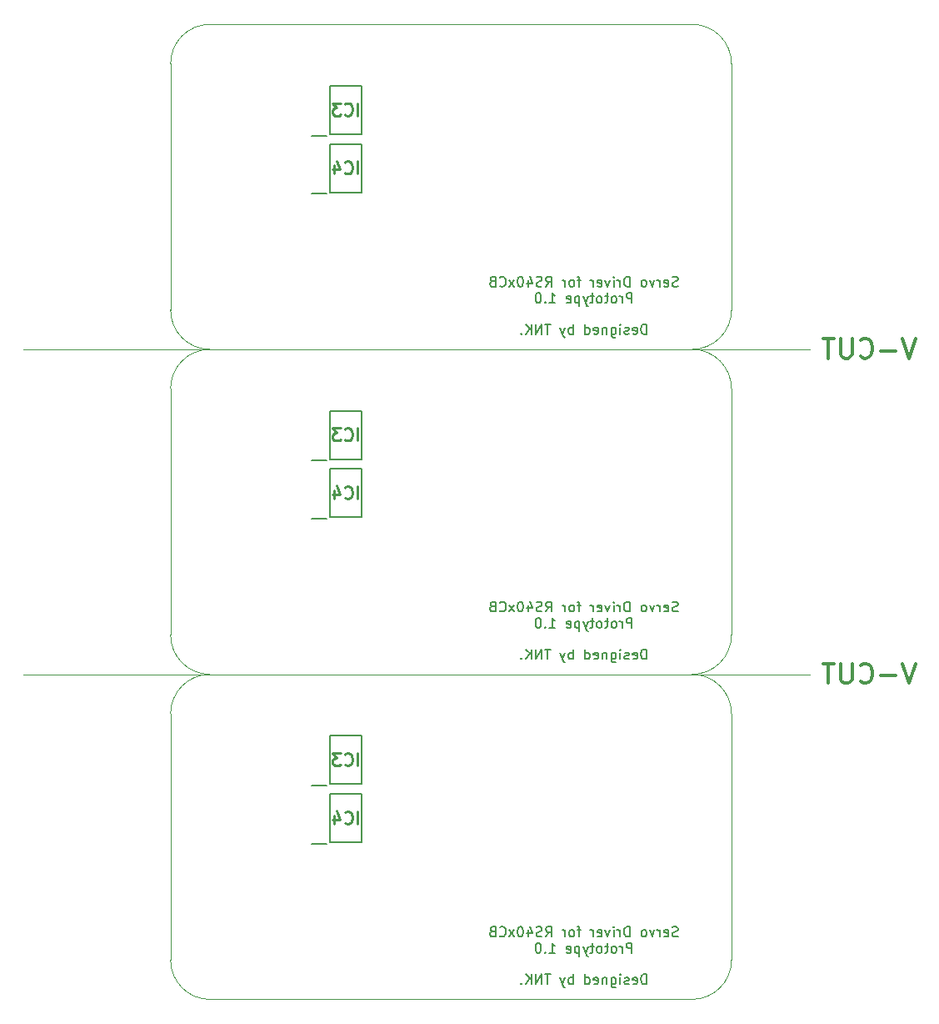
<source format=gbo>
G04 #@! TF.GenerationSoftware,KiCad,Pcbnew,(5.1.5)-3*
G04 #@! TF.CreationDate,2020-02-20T05:13:04+09:00*
G04 #@! TF.ProjectId,ServoDriver-order,53657276-6f44-4726-9976-65722d6f7264,rev?*
G04 #@! TF.SameCoordinates,Original*
G04 #@! TF.FileFunction,Legend,Bot*
G04 #@! TF.FilePolarity,Positive*
%FSLAX46Y46*%
G04 Gerber Fmt 4.6, Leading zero omitted, Abs format (unit mm)*
G04 Created by KiCad (PCBNEW (5.1.5)-3) date 2020-02-20 05:13:04*
%MOMM*%
%LPD*%
G04 APERTURE LIST*
%ADD10C,0.300000*%
%ADD11C,0.120000*%
%ADD12C,0.050000*%
%ADD13C,0.150000*%
%ADD14C,0.200000*%
%ADD15C,0.254000*%
%ADD16C,3.302000*%
%ADD17R,1.802000X1.802000*%
%ADD18O,1.802000X1.802000*%
%ADD19R,1.627000X0.802000*%
%ADD20R,3.902000X3.902000*%
%ADD21C,3.902000*%
%ADD22R,1.702000X1.702000*%
%ADD23O,1.702000X1.702000*%
%ADD24C,0.100000*%
%ADD25O,1.802000X2.052000*%
%ADD26R,2.007000X2.102000*%
%ADD27O,2.007000X2.102000*%
G04 APERTURE END LIST*
D10*
X190714285Y-121904761D02*
X190047619Y-123904761D01*
X189380952Y-121904761D01*
X188714285Y-123142857D02*
X187190476Y-123142857D01*
X185095238Y-123714285D02*
X185190476Y-123809523D01*
X185476190Y-123904761D01*
X185666666Y-123904761D01*
X185952380Y-123809523D01*
X186142857Y-123619047D01*
X186238095Y-123428571D01*
X186333333Y-123047619D01*
X186333333Y-122761904D01*
X186238095Y-122380952D01*
X186142857Y-122190476D01*
X185952380Y-122000000D01*
X185666666Y-121904761D01*
X185476190Y-121904761D01*
X185190476Y-122000000D01*
X185095238Y-122095238D01*
X184238095Y-121904761D02*
X184238095Y-123523809D01*
X184142857Y-123714285D01*
X184047619Y-123809523D01*
X183857142Y-123904761D01*
X183476190Y-123904761D01*
X183285714Y-123809523D01*
X183190476Y-123714285D01*
X183095238Y-123523809D01*
X183095238Y-121904761D01*
X182428571Y-121904761D02*
X181285714Y-121904761D01*
X181857142Y-123904761D02*
X181857142Y-121904761D01*
X190714285Y-88904761D02*
X190047619Y-90904761D01*
X189380952Y-88904761D01*
X188714285Y-90142857D02*
X187190476Y-90142857D01*
X185095238Y-90714285D02*
X185190476Y-90809523D01*
X185476190Y-90904761D01*
X185666666Y-90904761D01*
X185952380Y-90809523D01*
X186142857Y-90619047D01*
X186238095Y-90428571D01*
X186333333Y-90047619D01*
X186333333Y-89761904D01*
X186238095Y-89380952D01*
X186142857Y-89190476D01*
X185952380Y-89000000D01*
X185666666Y-88904761D01*
X185476190Y-88904761D01*
X185190476Y-89000000D01*
X185095238Y-89095238D01*
X184238095Y-88904761D02*
X184238095Y-90523809D01*
X184142857Y-90714285D01*
X184047619Y-90809523D01*
X183857142Y-90904761D01*
X183476190Y-90904761D01*
X183285714Y-90809523D01*
X183190476Y-90714285D01*
X183095238Y-90523809D01*
X183095238Y-88904761D01*
X182428571Y-88904761D02*
X181285714Y-88904761D01*
X181857142Y-90904761D02*
X181857142Y-88904761D01*
D11*
X180000000Y-90000000D02*
X100000000Y-90000000D01*
X180000000Y-123000000D02*
X100000000Y-123000000D01*
D12*
X168000000Y-57000000D02*
X119000000Y-57000000D01*
X172000000Y-86000000D02*
G75*
G02X168000000Y-90000000I-4000000J0D01*
G01*
X172000000Y-119000000D02*
G75*
G02X168000000Y-123000000I-4000000J0D01*
G01*
X115000000Y-61000000D02*
X115000000Y-86000000D01*
X115000000Y-94000000D02*
X115000000Y-119000000D01*
X172000000Y-86000000D02*
X172000000Y-61000000D01*
X172000000Y-119000000D02*
X172000000Y-94000000D01*
X168000000Y-57000000D02*
G75*
G02X172000000Y-61000000I0J-4000000D01*
G01*
X168000000Y-90000000D02*
G75*
G02X172000000Y-94000000I0J-4000000D01*
G01*
X115000000Y-61000000D02*
G75*
G02X119000000Y-57000000I4000000J0D01*
G01*
X115000000Y-94000000D02*
G75*
G02X119000000Y-90000000I4000000J0D01*
G01*
X119000000Y-90000000D02*
G75*
G02X115000000Y-86000000I0J4000000D01*
G01*
X119000000Y-123000000D02*
G75*
G02X115000000Y-119000000I0J4000000D01*
G01*
D13*
X166547619Y-83579761D02*
X166404761Y-83627380D01*
X166166666Y-83627380D01*
X166071428Y-83579761D01*
X166023809Y-83532142D01*
X165976190Y-83436904D01*
X165976190Y-83341666D01*
X166023809Y-83246428D01*
X166071428Y-83198809D01*
X166166666Y-83151190D01*
X166357142Y-83103571D01*
X166452380Y-83055952D01*
X166500000Y-83008333D01*
X166547619Y-82913095D01*
X166547619Y-82817857D01*
X166500000Y-82722619D01*
X166452380Y-82675000D01*
X166357142Y-82627380D01*
X166119047Y-82627380D01*
X165976190Y-82675000D01*
X165166666Y-83579761D02*
X165261904Y-83627380D01*
X165452380Y-83627380D01*
X165547619Y-83579761D01*
X165595238Y-83484523D01*
X165595238Y-83103571D01*
X165547619Y-83008333D01*
X165452380Y-82960714D01*
X165261904Y-82960714D01*
X165166666Y-83008333D01*
X165119047Y-83103571D01*
X165119047Y-83198809D01*
X165595238Y-83294047D01*
X164690476Y-83627380D02*
X164690476Y-82960714D01*
X164690476Y-83151190D02*
X164642857Y-83055952D01*
X164595238Y-83008333D01*
X164500000Y-82960714D01*
X164404761Y-82960714D01*
X164166666Y-82960714D02*
X163928571Y-83627380D01*
X163690476Y-82960714D01*
X163166666Y-83627380D02*
X163261904Y-83579761D01*
X163309523Y-83532142D01*
X163357142Y-83436904D01*
X163357142Y-83151190D01*
X163309523Y-83055952D01*
X163261904Y-83008333D01*
X163166666Y-82960714D01*
X163023809Y-82960714D01*
X162928571Y-83008333D01*
X162880952Y-83055952D01*
X162833333Y-83151190D01*
X162833333Y-83436904D01*
X162880952Y-83532142D01*
X162928571Y-83579761D01*
X163023809Y-83627380D01*
X163166666Y-83627380D01*
X161642857Y-83627380D02*
X161642857Y-82627380D01*
X161404761Y-82627380D01*
X161261904Y-82675000D01*
X161166666Y-82770238D01*
X161119047Y-82865476D01*
X161071428Y-83055952D01*
X161071428Y-83198809D01*
X161119047Y-83389285D01*
X161166666Y-83484523D01*
X161261904Y-83579761D01*
X161404761Y-83627380D01*
X161642857Y-83627380D01*
X160642857Y-83627380D02*
X160642857Y-82960714D01*
X160642857Y-83151190D02*
X160595238Y-83055952D01*
X160547619Y-83008333D01*
X160452380Y-82960714D01*
X160357142Y-82960714D01*
X160023809Y-83627380D02*
X160023809Y-82960714D01*
X160023809Y-82627380D02*
X160071428Y-82675000D01*
X160023809Y-82722619D01*
X159976190Y-82675000D01*
X160023809Y-82627380D01*
X160023809Y-82722619D01*
X159642857Y-82960714D02*
X159404761Y-83627380D01*
X159166666Y-82960714D01*
X158404761Y-83579761D02*
X158500000Y-83627380D01*
X158690476Y-83627380D01*
X158785714Y-83579761D01*
X158833333Y-83484523D01*
X158833333Y-83103571D01*
X158785714Y-83008333D01*
X158690476Y-82960714D01*
X158500000Y-82960714D01*
X158404761Y-83008333D01*
X158357142Y-83103571D01*
X158357142Y-83198809D01*
X158833333Y-83294047D01*
X157928571Y-83627380D02*
X157928571Y-82960714D01*
X157928571Y-83151190D02*
X157880952Y-83055952D01*
X157833333Y-83008333D01*
X157738095Y-82960714D01*
X157642857Y-82960714D01*
X156690476Y-82960714D02*
X156309523Y-82960714D01*
X156547619Y-83627380D02*
X156547619Y-82770238D01*
X156500000Y-82675000D01*
X156404761Y-82627380D01*
X156309523Y-82627380D01*
X155833333Y-83627380D02*
X155928571Y-83579761D01*
X155976190Y-83532142D01*
X156023809Y-83436904D01*
X156023809Y-83151190D01*
X155976190Y-83055952D01*
X155928571Y-83008333D01*
X155833333Y-82960714D01*
X155690476Y-82960714D01*
X155595238Y-83008333D01*
X155547619Y-83055952D01*
X155500000Y-83151190D01*
X155500000Y-83436904D01*
X155547619Y-83532142D01*
X155595238Y-83579761D01*
X155690476Y-83627380D01*
X155833333Y-83627380D01*
X155071428Y-83627380D02*
X155071428Y-82960714D01*
X155071428Y-83151190D02*
X155023809Y-83055952D01*
X154976190Y-83008333D01*
X154880952Y-82960714D01*
X154785714Y-82960714D01*
X153119047Y-83627380D02*
X153452380Y-83151190D01*
X153690476Y-83627380D02*
X153690476Y-82627380D01*
X153309523Y-82627380D01*
X153214285Y-82675000D01*
X153166666Y-82722619D01*
X153119047Y-82817857D01*
X153119047Y-82960714D01*
X153166666Y-83055952D01*
X153214285Y-83103571D01*
X153309523Y-83151190D01*
X153690476Y-83151190D01*
X152738095Y-83579761D02*
X152595238Y-83627380D01*
X152357142Y-83627380D01*
X152261904Y-83579761D01*
X152214285Y-83532142D01*
X152166666Y-83436904D01*
X152166666Y-83341666D01*
X152214285Y-83246428D01*
X152261904Y-83198809D01*
X152357142Y-83151190D01*
X152547619Y-83103571D01*
X152642857Y-83055952D01*
X152690476Y-83008333D01*
X152738095Y-82913095D01*
X152738095Y-82817857D01*
X152690476Y-82722619D01*
X152642857Y-82675000D01*
X152547619Y-82627380D01*
X152309523Y-82627380D01*
X152166666Y-82675000D01*
X151309523Y-82960714D02*
X151309523Y-83627380D01*
X151547619Y-82579761D02*
X151785714Y-83294047D01*
X151166666Y-83294047D01*
X150595238Y-82627380D02*
X150500000Y-82627380D01*
X150404761Y-82675000D01*
X150357142Y-82722619D01*
X150309523Y-82817857D01*
X150261904Y-83008333D01*
X150261904Y-83246428D01*
X150309523Y-83436904D01*
X150357142Y-83532142D01*
X150404761Y-83579761D01*
X150500000Y-83627380D01*
X150595238Y-83627380D01*
X150690476Y-83579761D01*
X150738095Y-83532142D01*
X150785714Y-83436904D01*
X150833333Y-83246428D01*
X150833333Y-83008333D01*
X150785714Y-82817857D01*
X150738095Y-82722619D01*
X150690476Y-82675000D01*
X150595238Y-82627380D01*
X149928571Y-83627380D02*
X149404761Y-82960714D01*
X149928571Y-82960714D02*
X149404761Y-83627380D01*
X148452380Y-83532142D02*
X148500000Y-83579761D01*
X148642857Y-83627380D01*
X148738095Y-83627380D01*
X148880952Y-83579761D01*
X148976190Y-83484523D01*
X149023809Y-83389285D01*
X149071428Y-83198809D01*
X149071428Y-83055952D01*
X149023809Y-82865476D01*
X148976190Y-82770238D01*
X148880952Y-82675000D01*
X148738095Y-82627380D01*
X148642857Y-82627380D01*
X148500000Y-82675000D01*
X148452380Y-82722619D01*
X147690476Y-83103571D02*
X147547619Y-83151190D01*
X147500000Y-83198809D01*
X147452380Y-83294047D01*
X147452380Y-83436904D01*
X147500000Y-83532142D01*
X147547619Y-83579761D01*
X147642857Y-83627380D01*
X148023809Y-83627380D01*
X148023809Y-82627380D01*
X147690476Y-82627380D01*
X147595238Y-82675000D01*
X147547619Y-82722619D01*
X147500000Y-82817857D01*
X147500000Y-82913095D01*
X147547619Y-83008333D01*
X147595238Y-83055952D01*
X147690476Y-83103571D01*
X148023809Y-83103571D01*
X161880952Y-85277380D02*
X161880952Y-84277380D01*
X161500000Y-84277380D01*
X161404761Y-84325000D01*
X161357142Y-84372619D01*
X161309523Y-84467857D01*
X161309523Y-84610714D01*
X161357142Y-84705952D01*
X161404761Y-84753571D01*
X161500000Y-84801190D01*
X161880952Y-84801190D01*
X160880952Y-85277380D02*
X160880952Y-84610714D01*
X160880952Y-84801190D02*
X160833333Y-84705952D01*
X160785714Y-84658333D01*
X160690476Y-84610714D01*
X160595238Y-84610714D01*
X160119047Y-85277380D02*
X160214285Y-85229761D01*
X160261904Y-85182142D01*
X160309523Y-85086904D01*
X160309523Y-84801190D01*
X160261904Y-84705952D01*
X160214285Y-84658333D01*
X160119047Y-84610714D01*
X159976190Y-84610714D01*
X159880952Y-84658333D01*
X159833333Y-84705952D01*
X159785714Y-84801190D01*
X159785714Y-85086904D01*
X159833333Y-85182142D01*
X159880952Y-85229761D01*
X159976190Y-85277380D01*
X160119047Y-85277380D01*
X159500000Y-84610714D02*
X159119047Y-84610714D01*
X159357142Y-84277380D02*
X159357142Y-85134523D01*
X159309523Y-85229761D01*
X159214285Y-85277380D01*
X159119047Y-85277380D01*
X158642857Y-85277380D02*
X158738095Y-85229761D01*
X158785714Y-85182142D01*
X158833333Y-85086904D01*
X158833333Y-84801190D01*
X158785714Y-84705952D01*
X158738095Y-84658333D01*
X158642857Y-84610714D01*
X158500000Y-84610714D01*
X158404761Y-84658333D01*
X158357142Y-84705952D01*
X158309523Y-84801190D01*
X158309523Y-85086904D01*
X158357142Y-85182142D01*
X158404761Y-85229761D01*
X158500000Y-85277380D01*
X158642857Y-85277380D01*
X158023809Y-84610714D02*
X157642857Y-84610714D01*
X157880952Y-84277380D02*
X157880952Y-85134523D01*
X157833333Y-85229761D01*
X157738095Y-85277380D01*
X157642857Y-85277380D01*
X157404761Y-84610714D02*
X157166666Y-85277380D01*
X156928571Y-84610714D02*
X157166666Y-85277380D01*
X157261904Y-85515476D01*
X157309523Y-85563095D01*
X157404761Y-85610714D01*
X156547619Y-84610714D02*
X156547619Y-85610714D01*
X156547619Y-84658333D02*
X156452380Y-84610714D01*
X156261904Y-84610714D01*
X156166666Y-84658333D01*
X156119047Y-84705952D01*
X156071428Y-84801190D01*
X156071428Y-85086904D01*
X156119047Y-85182142D01*
X156166666Y-85229761D01*
X156261904Y-85277380D01*
X156452380Y-85277380D01*
X156547619Y-85229761D01*
X155261904Y-85229761D02*
X155357142Y-85277380D01*
X155547619Y-85277380D01*
X155642857Y-85229761D01*
X155690476Y-85134523D01*
X155690476Y-84753571D01*
X155642857Y-84658333D01*
X155547619Y-84610714D01*
X155357142Y-84610714D01*
X155261904Y-84658333D01*
X155214285Y-84753571D01*
X155214285Y-84848809D01*
X155690476Y-84944047D01*
X153500000Y-85277380D02*
X154071428Y-85277380D01*
X153785714Y-85277380D02*
X153785714Y-84277380D01*
X153880952Y-84420238D01*
X153976190Y-84515476D01*
X154071428Y-84563095D01*
X153071428Y-85182142D02*
X153023809Y-85229761D01*
X153071428Y-85277380D01*
X153119047Y-85229761D01*
X153071428Y-85182142D01*
X153071428Y-85277380D01*
X152404761Y-84277380D02*
X152309523Y-84277380D01*
X152214285Y-84325000D01*
X152166666Y-84372619D01*
X152119047Y-84467857D01*
X152071428Y-84658333D01*
X152071428Y-84896428D01*
X152119047Y-85086904D01*
X152166666Y-85182142D01*
X152214285Y-85229761D01*
X152309523Y-85277380D01*
X152404761Y-85277380D01*
X152500000Y-85229761D01*
X152547619Y-85182142D01*
X152595238Y-85086904D01*
X152642857Y-84896428D01*
X152642857Y-84658333D01*
X152595238Y-84467857D01*
X152547619Y-84372619D01*
X152500000Y-84325000D01*
X152404761Y-84277380D01*
X166547619Y-116579761D02*
X166404761Y-116627380D01*
X166166666Y-116627380D01*
X166071428Y-116579761D01*
X166023809Y-116532142D01*
X165976190Y-116436904D01*
X165976190Y-116341666D01*
X166023809Y-116246428D01*
X166071428Y-116198809D01*
X166166666Y-116151190D01*
X166357142Y-116103571D01*
X166452380Y-116055952D01*
X166500000Y-116008333D01*
X166547619Y-115913095D01*
X166547619Y-115817857D01*
X166500000Y-115722619D01*
X166452380Y-115675000D01*
X166357142Y-115627380D01*
X166119047Y-115627380D01*
X165976190Y-115675000D01*
X165166666Y-116579761D02*
X165261904Y-116627380D01*
X165452380Y-116627380D01*
X165547619Y-116579761D01*
X165595238Y-116484523D01*
X165595238Y-116103571D01*
X165547619Y-116008333D01*
X165452380Y-115960714D01*
X165261904Y-115960714D01*
X165166666Y-116008333D01*
X165119047Y-116103571D01*
X165119047Y-116198809D01*
X165595238Y-116294047D01*
X164690476Y-116627380D02*
X164690476Y-115960714D01*
X164690476Y-116151190D02*
X164642857Y-116055952D01*
X164595238Y-116008333D01*
X164500000Y-115960714D01*
X164404761Y-115960714D01*
X164166666Y-115960714D02*
X163928571Y-116627380D01*
X163690476Y-115960714D01*
X163166666Y-116627380D02*
X163261904Y-116579761D01*
X163309523Y-116532142D01*
X163357142Y-116436904D01*
X163357142Y-116151190D01*
X163309523Y-116055952D01*
X163261904Y-116008333D01*
X163166666Y-115960714D01*
X163023809Y-115960714D01*
X162928571Y-116008333D01*
X162880952Y-116055952D01*
X162833333Y-116151190D01*
X162833333Y-116436904D01*
X162880952Y-116532142D01*
X162928571Y-116579761D01*
X163023809Y-116627380D01*
X163166666Y-116627380D01*
X161642857Y-116627380D02*
X161642857Y-115627380D01*
X161404761Y-115627380D01*
X161261904Y-115675000D01*
X161166666Y-115770238D01*
X161119047Y-115865476D01*
X161071428Y-116055952D01*
X161071428Y-116198809D01*
X161119047Y-116389285D01*
X161166666Y-116484523D01*
X161261904Y-116579761D01*
X161404761Y-116627380D01*
X161642857Y-116627380D01*
X160642857Y-116627380D02*
X160642857Y-115960714D01*
X160642857Y-116151190D02*
X160595238Y-116055952D01*
X160547619Y-116008333D01*
X160452380Y-115960714D01*
X160357142Y-115960714D01*
X160023809Y-116627380D02*
X160023809Y-115960714D01*
X160023809Y-115627380D02*
X160071428Y-115675000D01*
X160023809Y-115722619D01*
X159976190Y-115675000D01*
X160023809Y-115627380D01*
X160023809Y-115722619D01*
X159642857Y-115960714D02*
X159404761Y-116627380D01*
X159166666Y-115960714D01*
X158404761Y-116579761D02*
X158500000Y-116627380D01*
X158690476Y-116627380D01*
X158785714Y-116579761D01*
X158833333Y-116484523D01*
X158833333Y-116103571D01*
X158785714Y-116008333D01*
X158690476Y-115960714D01*
X158500000Y-115960714D01*
X158404761Y-116008333D01*
X158357142Y-116103571D01*
X158357142Y-116198809D01*
X158833333Y-116294047D01*
X157928571Y-116627380D02*
X157928571Y-115960714D01*
X157928571Y-116151190D02*
X157880952Y-116055952D01*
X157833333Y-116008333D01*
X157738095Y-115960714D01*
X157642857Y-115960714D01*
X156690476Y-115960714D02*
X156309523Y-115960714D01*
X156547619Y-116627380D02*
X156547619Y-115770238D01*
X156500000Y-115675000D01*
X156404761Y-115627380D01*
X156309523Y-115627380D01*
X155833333Y-116627380D02*
X155928571Y-116579761D01*
X155976190Y-116532142D01*
X156023809Y-116436904D01*
X156023809Y-116151190D01*
X155976190Y-116055952D01*
X155928571Y-116008333D01*
X155833333Y-115960714D01*
X155690476Y-115960714D01*
X155595238Y-116008333D01*
X155547619Y-116055952D01*
X155500000Y-116151190D01*
X155500000Y-116436904D01*
X155547619Y-116532142D01*
X155595238Y-116579761D01*
X155690476Y-116627380D01*
X155833333Y-116627380D01*
X155071428Y-116627380D02*
X155071428Y-115960714D01*
X155071428Y-116151190D02*
X155023809Y-116055952D01*
X154976190Y-116008333D01*
X154880952Y-115960714D01*
X154785714Y-115960714D01*
X153119047Y-116627380D02*
X153452380Y-116151190D01*
X153690476Y-116627380D02*
X153690476Y-115627380D01*
X153309523Y-115627380D01*
X153214285Y-115675000D01*
X153166666Y-115722619D01*
X153119047Y-115817857D01*
X153119047Y-115960714D01*
X153166666Y-116055952D01*
X153214285Y-116103571D01*
X153309523Y-116151190D01*
X153690476Y-116151190D01*
X152738095Y-116579761D02*
X152595238Y-116627380D01*
X152357142Y-116627380D01*
X152261904Y-116579761D01*
X152214285Y-116532142D01*
X152166666Y-116436904D01*
X152166666Y-116341666D01*
X152214285Y-116246428D01*
X152261904Y-116198809D01*
X152357142Y-116151190D01*
X152547619Y-116103571D01*
X152642857Y-116055952D01*
X152690476Y-116008333D01*
X152738095Y-115913095D01*
X152738095Y-115817857D01*
X152690476Y-115722619D01*
X152642857Y-115675000D01*
X152547619Y-115627380D01*
X152309523Y-115627380D01*
X152166666Y-115675000D01*
X151309523Y-115960714D02*
X151309523Y-116627380D01*
X151547619Y-115579761D02*
X151785714Y-116294047D01*
X151166666Y-116294047D01*
X150595238Y-115627380D02*
X150500000Y-115627380D01*
X150404761Y-115675000D01*
X150357142Y-115722619D01*
X150309523Y-115817857D01*
X150261904Y-116008333D01*
X150261904Y-116246428D01*
X150309523Y-116436904D01*
X150357142Y-116532142D01*
X150404761Y-116579761D01*
X150500000Y-116627380D01*
X150595238Y-116627380D01*
X150690476Y-116579761D01*
X150738095Y-116532142D01*
X150785714Y-116436904D01*
X150833333Y-116246428D01*
X150833333Y-116008333D01*
X150785714Y-115817857D01*
X150738095Y-115722619D01*
X150690476Y-115675000D01*
X150595238Y-115627380D01*
X149928571Y-116627380D02*
X149404761Y-115960714D01*
X149928571Y-115960714D02*
X149404761Y-116627380D01*
X148452380Y-116532142D02*
X148500000Y-116579761D01*
X148642857Y-116627380D01*
X148738095Y-116627380D01*
X148880952Y-116579761D01*
X148976190Y-116484523D01*
X149023809Y-116389285D01*
X149071428Y-116198809D01*
X149071428Y-116055952D01*
X149023809Y-115865476D01*
X148976190Y-115770238D01*
X148880952Y-115675000D01*
X148738095Y-115627380D01*
X148642857Y-115627380D01*
X148500000Y-115675000D01*
X148452380Y-115722619D01*
X147690476Y-116103571D02*
X147547619Y-116151190D01*
X147500000Y-116198809D01*
X147452380Y-116294047D01*
X147452380Y-116436904D01*
X147500000Y-116532142D01*
X147547619Y-116579761D01*
X147642857Y-116627380D01*
X148023809Y-116627380D01*
X148023809Y-115627380D01*
X147690476Y-115627380D01*
X147595238Y-115675000D01*
X147547619Y-115722619D01*
X147500000Y-115817857D01*
X147500000Y-115913095D01*
X147547619Y-116008333D01*
X147595238Y-116055952D01*
X147690476Y-116103571D01*
X148023809Y-116103571D01*
X161880952Y-118277380D02*
X161880952Y-117277380D01*
X161500000Y-117277380D01*
X161404761Y-117325000D01*
X161357142Y-117372619D01*
X161309523Y-117467857D01*
X161309523Y-117610714D01*
X161357142Y-117705952D01*
X161404761Y-117753571D01*
X161500000Y-117801190D01*
X161880952Y-117801190D01*
X160880952Y-118277380D02*
X160880952Y-117610714D01*
X160880952Y-117801190D02*
X160833333Y-117705952D01*
X160785714Y-117658333D01*
X160690476Y-117610714D01*
X160595238Y-117610714D01*
X160119047Y-118277380D02*
X160214285Y-118229761D01*
X160261904Y-118182142D01*
X160309523Y-118086904D01*
X160309523Y-117801190D01*
X160261904Y-117705952D01*
X160214285Y-117658333D01*
X160119047Y-117610714D01*
X159976190Y-117610714D01*
X159880952Y-117658333D01*
X159833333Y-117705952D01*
X159785714Y-117801190D01*
X159785714Y-118086904D01*
X159833333Y-118182142D01*
X159880952Y-118229761D01*
X159976190Y-118277380D01*
X160119047Y-118277380D01*
X159500000Y-117610714D02*
X159119047Y-117610714D01*
X159357142Y-117277380D02*
X159357142Y-118134523D01*
X159309523Y-118229761D01*
X159214285Y-118277380D01*
X159119047Y-118277380D01*
X158642857Y-118277380D02*
X158738095Y-118229761D01*
X158785714Y-118182142D01*
X158833333Y-118086904D01*
X158833333Y-117801190D01*
X158785714Y-117705952D01*
X158738095Y-117658333D01*
X158642857Y-117610714D01*
X158500000Y-117610714D01*
X158404761Y-117658333D01*
X158357142Y-117705952D01*
X158309523Y-117801190D01*
X158309523Y-118086904D01*
X158357142Y-118182142D01*
X158404761Y-118229761D01*
X158500000Y-118277380D01*
X158642857Y-118277380D01*
X158023809Y-117610714D02*
X157642857Y-117610714D01*
X157880952Y-117277380D02*
X157880952Y-118134523D01*
X157833333Y-118229761D01*
X157738095Y-118277380D01*
X157642857Y-118277380D01*
X157404761Y-117610714D02*
X157166666Y-118277380D01*
X156928571Y-117610714D02*
X157166666Y-118277380D01*
X157261904Y-118515476D01*
X157309523Y-118563095D01*
X157404761Y-118610714D01*
X156547619Y-117610714D02*
X156547619Y-118610714D01*
X156547619Y-117658333D02*
X156452380Y-117610714D01*
X156261904Y-117610714D01*
X156166666Y-117658333D01*
X156119047Y-117705952D01*
X156071428Y-117801190D01*
X156071428Y-118086904D01*
X156119047Y-118182142D01*
X156166666Y-118229761D01*
X156261904Y-118277380D01*
X156452380Y-118277380D01*
X156547619Y-118229761D01*
X155261904Y-118229761D02*
X155357142Y-118277380D01*
X155547619Y-118277380D01*
X155642857Y-118229761D01*
X155690476Y-118134523D01*
X155690476Y-117753571D01*
X155642857Y-117658333D01*
X155547619Y-117610714D01*
X155357142Y-117610714D01*
X155261904Y-117658333D01*
X155214285Y-117753571D01*
X155214285Y-117848809D01*
X155690476Y-117944047D01*
X153500000Y-118277380D02*
X154071428Y-118277380D01*
X153785714Y-118277380D02*
X153785714Y-117277380D01*
X153880952Y-117420238D01*
X153976190Y-117515476D01*
X154071428Y-117563095D01*
X153071428Y-118182142D02*
X153023809Y-118229761D01*
X153071428Y-118277380D01*
X153119047Y-118229761D01*
X153071428Y-118182142D01*
X153071428Y-118277380D01*
X152404761Y-117277380D02*
X152309523Y-117277380D01*
X152214285Y-117325000D01*
X152166666Y-117372619D01*
X152119047Y-117467857D01*
X152071428Y-117658333D01*
X152071428Y-117896428D01*
X152119047Y-118086904D01*
X152166666Y-118182142D01*
X152214285Y-118229761D01*
X152309523Y-118277380D01*
X152404761Y-118277380D01*
X152500000Y-118229761D01*
X152547619Y-118182142D01*
X152595238Y-118086904D01*
X152642857Y-117896428D01*
X152642857Y-117658333D01*
X152595238Y-117467857D01*
X152547619Y-117372619D01*
X152500000Y-117325000D01*
X152404761Y-117277380D01*
X163357142Y-88452380D02*
X163357142Y-87452380D01*
X163119047Y-87452380D01*
X162976190Y-87500000D01*
X162880952Y-87595238D01*
X162833333Y-87690476D01*
X162785714Y-87880952D01*
X162785714Y-88023809D01*
X162833333Y-88214285D01*
X162880952Y-88309523D01*
X162976190Y-88404761D01*
X163119047Y-88452380D01*
X163357142Y-88452380D01*
X161976190Y-88404761D02*
X162071428Y-88452380D01*
X162261904Y-88452380D01*
X162357142Y-88404761D01*
X162404761Y-88309523D01*
X162404761Y-87928571D01*
X162357142Y-87833333D01*
X162261904Y-87785714D01*
X162071428Y-87785714D01*
X161976190Y-87833333D01*
X161928571Y-87928571D01*
X161928571Y-88023809D01*
X162404761Y-88119047D01*
X161547619Y-88404761D02*
X161452380Y-88452380D01*
X161261904Y-88452380D01*
X161166666Y-88404761D01*
X161119047Y-88309523D01*
X161119047Y-88261904D01*
X161166666Y-88166666D01*
X161261904Y-88119047D01*
X161404761Y-88119047D01*
X161500000Y-88071428D01*
X161547619Y-87976190D01*
X161547619Y-87928571D01*
X161500000Y-87833333D01*
X161404761Y-87785714D01*
X161261904Y-87785714D01*
X161166666Y-87833333D01*
X160690476Y-88452380D02*
X160690476Y-87785714D01*
X160690476Y-87452380D02*
X160738095Y-87500000D01*
X160690476Y-87547619D01*
X160642857Y-87500000D01*
X160690476Y-87452380D01*
X160690476Y-87547619D01*
X159785714Y-87785714D02*
X159785714Y-88595238D01*
X159833333Y-88690476D01*
X159880952Y-88738095D01*
X159976190Y-88785714D01*
X160119047Y-88785714D01*
X160214285Y-88738095D01*
X159785714Y-88404761D02*
X159880952Y-88452380D01*
X160071428Y-88452380D01*
X160166666Y-88404761D01*
X160214285Y-88357142D01*
X160261904Y-88261904D01*
X160261904Y-87976190D01*
X160214285Y-87880952D01*
X160166666Y-87833333D01*
X160071428Y-87785714D01*
X159880952Y-87785714D01*
X159785714Y-87833333D01*
X159309523Y-87785714D02*
X159309523Y-88452380D01*
X159309523Y-87880952D02*
X159261904Y-87833333D01*
X159166666Y-87785714D01*
X159023809Y-87785714D01*
X158928571Y-87833333D01*
X158880952Y-87928571D01*
X158880952Y-88452380D01*
X158023809Y-88404761D02*
X158119047Y-88452380D01*
X158309523Y-88452380D01*
X158404761Y-88404761D01*
X158452380Y-88309523D01*
X158452380Y-87928571D01*
X158404761Y-87833333D01*
X158309523Y-87785714D01*
X158119047Y-87785714D01*
X158023809Y-87833333D01*
X157976190Y-87928571D01*
X157976190Y-88023809D01*
X158452380Y-88119047D01*
X157119047Y-88452380D02*
X157119047Y-87452380D01*
X157119047Y-88404761D02*
X157214285Y-88452380D01*
X157404761Y-88452380D01*
X157500000Y-88404761D01*
X157547619Y-88357142D01*
X157595238Y-88261904D01*
X157595238Y-87976190D01*
X157547619Y-87880952D01*
X157500000Y-87833333D01*
X157404761Y-87785714D01*
X157214285Y-87785714D01*
X157119047Y-87833333D01*
X155880952Y-88452380D02*
X155880952Y-87452380D01*
X155880952Y-87833333D02*
X155785714Y-87785714D01*
X155595238Y-87785714D01*
X155500000Y-87833333D01*
X155452380Y-87880952D01*
X155404761Y-87976190D01*
X155404761Y-88261904D01*
X155452380Y-88357142D01*
X155500000Y-88404761D01*
X155595238Y-88452380D01*
X155785714Y-88452380D01*
X155880952Y-88404761D01*
X155071428Y-87785714D02*
X154833333Y-88452380D01*
X154595238Y-87785714D02*
X154833333Y-88452380D01*
X154928571Y-88690476D01*
X154976190Y-88738095D01*
X155071428Y-88785714D01*
X153595238Y-87452380D02*
X153023809Y-87452380D01*
X153309523Y-88452380D02*
X153309523Y-87452380D01*
X152690476Y-88452380D02*
X152690476Y-87452380D01*
X152119047Y-88452380D01*
X152119047Y-87452380D01*
X151642857Y-88452380D02*
X151642857Y-87452380D01*
X151071428Y-88452380D02*
X151500000Y-87880952D01*
X151071428Y-87452380D02*
X151642857Y-88023809D01*
X150642857Y-88357142D02*
X150595238Y-88404761D01*
X150642857Y-88452380D01*
X150690476Y-88404761D01*
X150642857Y-88357142D01*
X150642857Y-88452380D01*
X163357142Y-121452380D02*
X163357142Y-120452380D01*
X163119047Y-120452380D01*
X162976190Y-120500000D01*
X162880952Y-120595238D01*
X162833333Y-120690476D01*
X162785714Y-120880952D01*
X162785714Y-121023809D01*
X162833333Y-121214285D01*
X162880952Y-121309523D01*
X162976190Y-121404761D01*
X163119047Y-121452380D01*
X163357142Y-121452380D01*
X161976190Y-121404761D02*
X162071428Y-121452380D01*
X162261904Y-121452380D01*
X162357142Y-121404761D01*
X162404761Y-121309523D01*
X162404761Y-120928571D01*
X162357142Y-120833333D01*
X162261904Y-120785714D01*
X162071428Y-120785714D01*
X161976190Y-120833333D01*
X161928571Y-120928571D01*
X161928571Y-121023809D01*
X162404761Y-121119047D01*
X161547619Y-121404761D02*
X161452380Y-121452380D01*
X161261904Y-121452380D01*
X161166666Y-121404761D01*
X161119047Y-121309523D01*
X161119047Y-121261904D01*
X161166666Y-121166666D01*
X161261904Y-121119047D01*
X161404761Y-121119047D01*
X161500000Y-121071428D01*
X161547619Y-120976190D01*
X161547619Y-120928571D01*
X161500000Y-120833333D01*
X161404761Y-120785714D01*
X161261904Y-120785714D01*
X161166666Y-120833333D01*
X160690476Y-121452380D02*
X160690476Y-120785714D01*
X160690476Y-120452380D02*
X160738095Y-120500000D01*
X160690476Y-120547619D01*
X160642857Y-120500000D01*
X160690476Y-120452380D01*
X160690476Y-120547619D01*
X159785714Y-120785714D02*
X159785714Y-121595238D01*
X159833333Y-121690476D01*
X159880952Y-121738095D01*
X159976190Y-121785714D01*
X160119047Y-121785714D01*
X160214285Y-121738095D01*
X159785714Y-121404761D02*
X159880952Y-121452380D01*
X160071428Y-121452380D01*
X160166666Y-121404761D01*
X160214285Y-121357142D01*
X160261904Y-121261904D01*
X160261904Y-120976190D01*
X160214285Y-120880952D01*
X160166666Y-120833333D01*
X160071428Y-120785714D01*
X159880952Y-120785714D01*
X159785714Y-120833333D01*
X159309523Y-120785714D02*
X159309523Y-121452380D01*
X159309523Y-120880952D02*
X159261904Y-120833333D01*
X159166666Y-120785714D01*
X159023809Y-120785714D01*
X158928571Y-120833333D01*
X158880952Y-120928571D01*
X158880952Y-121452380D01*
X158023809Y-121404761D02*
X158119047Y-121452380D01*
X158309523Y-121452380D01*
X158404761Y-121404761D01*
X158452380Y-121309523D01*
X158452380Y-120928571D01*
X158404761Y-120833333D01*
X158309523Y-120785714D01*
X158119047Y-120785714D01*
X158023809Y-120833333D01*
X157976190Y-120928571D01*
X157976190Y-121023809D01*
X158452380Y-121119047D01*
X157119047Y-121452380D02*
X157119047Y-120452380D01*
X157119047Y-121404761D02*
X157214285Y-121452380D01*
X157404761Y-121452380D01*
X157500000Y-121404761D01*
X157547619Y-121357142D01*
X157595238Y-121261904D01*
X157595238Y-120976190D01*
X157547619Y-120880952D01*
X157500000Y-120833333D01*
X157404761Y-120785714D01*
X157214285Y-120785714D01*
X157119047Y-120833333D01*
X155880952Y-121452380D02*
X155880952Y-120452380D01*
X155880952Y-120833333D02*
X155785714Y-120785714D01*
X155595238Y-120785714D01*
X155500000Y-120833333D01*
X155452380Y-120880952D01*
X155404761Y-120976190D01*
X155404761Y-121261904D01*
X155452380Y-121357142D01*
X155500000Y-121404761D01*
X155595238Y-121452380D01*
X155785714Y-121452380D01*
X155880952Y-121404761D01*
X155071428Y-120785714D02*
X154833333Y-121452380D01*
X154595238Y-120785714D02*
X154833333Y-121452380D01*
X154928571Y-121690476D01*
X154976190Y-121738095D01*
X155071428Y-121785714D01*
X153595238Y-120452380D02*
X153023809Y-120452380D01*
X153309523Y-121452380D02*
X153309523Y-120452380D01*
X152690476Y-121452380D02*
X152690476Y-120452380D01*
X152119047Y-121452380D01*
X152119047Y-120452380D01*
X151642857Y-121452380D02*
X151642857Y-120452380D01*
X151071428Y-121452380D02*
X151500000Y-120880952D01*
X151071428Y-120452380D02*
X151642857Y-121023809D01*
X150642857Y-121357142D02*
X150595238Y-121404761D01*
X150642857Y-121452380D01*
X150690476Y-121404761D01*
X150642857Y-121357142D01*
X150642857Y-121452380D01*
X163357142Y-154452380D02*
X163357142Y-153452380D01*
X163119047Y-153452380D01*
X162976190Y-153500000D01*
X162880952Y-153595238D01*
X162833333Y-153690476D01*
X162785714Y-153880952D01*
X162785714Y-154023809D01*
X162833333Y-154214285D01*
X162880952Y-154309523D01*
X162976190Y-154404761D01*
X163119047Y-154452380D01*
X163357142Y-154452380D01*
X161976190Y-154404761D02*
X162071428Y-154452380D01*
X162261904Y-154452380D01*
X162357142Y-154404761D01*
X162404761Y-154309523D01*
X162404761Y-153928571D01*
X162357142Y-153833333D01*
X162261904Y-153785714D01*
X162071428Y-153785714D01*
X161976190Y-153833333D01*
X161928571Y-153928571D01*
X161928571Y-154023809D01*
X162404761Y-154119047D01*
X161547619Y-154404761D02*
X161452380Y-154452380D01*
X161261904Y-154452380D01*
X161166666Y-154404761D01*
X161119047Y-154309523D01*
X161119047Y-154261904D01*
X161166666Y-154166666D01*
X161261904Y-154119047D01*
X161404761Y-154119047D01*
X161500000Y-154071428D01*
X161547619Y-153976190D01*
X161547619Y-153928571D01*
X161500000Y-153833333D01*
X161404761Y-153785714D01*
X161261904Y-153785714D01*
X161166666Y-153833333D01*
X160690476Y-154452380D02*
X160690476Y-153785714D01*
X160690476Y-153452380D02*
X160738095Y-153500000D01*
X160690476Y-153547619D01*
X160642857Y-153500000D01*
X160690476Y-153452380D01*
X160690476Y-153547619D01*
X159785714Y-153785714D02*
X159785714Y-154595238D01*
X159833333Y-154690476D01*
X159880952Y-154738095D01*
X159976190Y-154785714D01*
X160119047Y-154785714D01*
X160214285Y-154738095D01*
X159785714Y-154404761D02*
X159880952Y-154452380D01*
X160071428Y-154452380D01*
X160166666Y-154404761D01*
X160214285Y-154357142D01*
X160261904Y-154261904D01*
X160261904Y-153976190D01*
X160214285Y-153880952D01*
X160166666Y-153833333D01*
X160071428Y-153785714D01*
X159880952Y-153785714D01*
X159785714Y-153833333D01*
X159309523Y-153785714D02*
X159309523Y-154452380D01*
X159309523Y-153880952D02*
X159261904Y-153833333D01*
X159166666Y-153785714D01*
X159023809Y-153785714D01*
X158928571Y-153833333D01*
X158880952Y-153928571D01*
X158880952Y-154452380D01*
X158023809Y-154404761D02*
X158119047Y-154452380D01*
X158309523Y-154452380D01*
X158404761Y-154404761D01*
X158452380Y-154309523D01*
X158452380Y-153928571D01*
X158404761Y-153833333D01*
X158309523Y-153785714D01*
X158119047Y-153785714D01*
X158023809Y-153833333D01*
X157976190Y-153928571D01*
X157976190Y-154023809D01*
X158452380Y-154119047D01*
X157119047Y-154452380D02*
X157119047Y-153452380D01*
X157119047Y-154404761D02*
X157214285Y-154452380D01*
X157404761Y-154452380D01*
X157500000Y-154404761D01*
X157547619Y-154357142D01*
X157595238Y-154261904D01*
X157595238Y-153976190D01*
X157547619Y-153880952D01*
X157500000Y-153833333D01*
X157404761Y-153785714D01*
X157214285Y-153785714D01*
X157119047Y-153833333D01*
X155880952Y-154452380D02*
X155880952Y-153452380D01*
X155880952Y-153833333D02*
X155785714Y-153785714D01*
X155595238Y-153785714D01*
X155500000Y-153833333D01*
X155452380Y-153880952D01*
X155404761Y-153976190D01*
X155404761Y-154261904D01*
X155452380Y-154357142D01*
X155500000Y-154404761D01*
X155595238Y-154452380D01*
X155785714Y-154452380D01*
X155880952Y-154404761D01*
X155071428Y-153785714D02*
X154833333Y-154452380D01*
X154595238Y-153785714D02*
X154833333Y-154452380D01*
X154928571Y-154690476D01*
X154976190Y-154738095D01*
X155071428Y-154785714D01*
X153595238Y-153452380D02*
X153023809Y-153452380D01*
X153309523Y-154452380D02*
X153309523Y-153452380D01*
X152690476Y-154452380D02*
X152690476Y-153452380D01*
X152119047Y-154452380D01*
X152119047Y-153452380D01*
X151642857Y-154452380D02*
X151642857Y-153452380D01*
X151071428Y-154452380D02*
X151500000Y-153880952D01*
X151071428Y-153452380D02*
X151642857Y-154023809D01*
X150642857Y-154357142D02*
X150595238Y-154404761D01*
X150642857Y-154452380D01*
X150690476Y-154404761D01*
X150642857Y-154357142D01*
X150642857Y-154452380D01*
X166547619Y-149579761D02*
X166404761Y-149627380D01*
X166166666Y-149627380D01*
X166071428Y-149579761D01*
X166023809Y-149532142D01*
X165976190Y-149436904D01*
X165976190Y-149341666D01*
X166023809Y-149246428D01*
X166071428Y-149198809D01*
X166166666Y-149151190D01*
X166357142Y-149103571D01*
X166452380Y-149055952D01*
X166500000Y-149008333D01*
X166547619Y-148913095D01*
X166547619Y-148817857D01*
X166500000Y-148722619D01*
X166452380Y-148675000D01*
X166357142Y-148627380D01*
X166119047Y-148627380D01*
X165976190Y-148675000D01*
X165166666Y-149579761D02*
X165261904Y-149627380D01*
X165452380Y-149627380D01*
X165547619Y-149579761D01*
X165595238Y-149484523D01*
X165595238Y-149103571D01*
X165547619Y-149008333D01*
X165452380Y-148960714D01*
X165261904Y-148960714D01*
X165166666Y-149008333D01*
X165119047Y-149103571D01*
X165119047Y-149198809D01*
X165595238Y-149294047D01*
X164690476Y-149627380D02*
X164690476Y-148960714D01*
X164690476Y-149151190D02*
X164642857Y-149055952D01*
X164595238Y-149008333D01*
X164500000Y-148960714D01*
X164404761Y-148960714D01*
X164166666Y-148960714D02*
X163928571Y-149627380D01*
X163690476Y-148960714D01*
X163166666Y-149627380D02*
X163261904Y-149579761D01*
X163309523Y-149532142D01*
X163357142Y-149436904D01*
X163357142Y-149151190D01*
X163309523Y-149055952D01*
X163261904Y-149008333D01*
X163166666Y-148960714D01*
X163023809Y-148960714D01*
X162928571Y-149008333D01*
X162880952Y-149055952D01*
X162833333Y-149151190D01*
X162833333Y-149436904D01*
X162880952Y-149532142D01*
X162928571Y-149579761D01*
X163023809Y-149627380D01*
X163166666Y-149627380D01*
X161642857Y-149627380D02*
X161642857Y-148627380D01*
X161404761Y-148627380D01*
X161261904Y-148675000D01*
X161166666Y-148770238D01*
X161119047Y-148865476D01*
X161071428Y-149055952D01*
X161071428Y-149198809D01*
X161119047Y-149389285D01*
X161166666Y-149484523D01*
X161261904Y-149579761D01*
X161404761Y-149627380D01*
X161642857Y-149627380D01*
X160642857Y-149627380D02*
X160642857Y-148960714D01*
X160642857Y-149151190D02*
X160595238Y-149055952D01*
X160547619Y-149008333D01*
X160452380Y-148960714D01*
X160357142Y-148960714D01*
X160023809Y-149627380D02*
X160023809Y-148960714D01*
X160023809Y-148627380D02*
X160071428Y-148675000D01*
X160023809Y-148722619D01*
X159976190Y-148675000D01*
X160023809Y-148627380D01*
X160023809Y-148722619D01*
X159642857Y-148960714D02*
X159404761Y-149627380D01*
X159166666Y-148960714D01*
X158404761Y-149579761D02*
X158500000Y-149627380D01*
X158690476Y-149627380D01*
X158785714Y-149579761D01*
X158833333Y-149484523D01*
X158833333Y-149103571D01*
X158785714Y-149008333D01*
X158690476Y-148960714D01*
X158500000Y-148960714D01*
X158404761Y-149008333D01*
X158357142Y-149103571D01*
X158357142Y-149198809D01*
X158833333Y-149294047D01*
X157928571Y-149627380D02*
X157928571Y-148960714D01*
X157928571Y-149151190D02*
X157880952Y-149055952D01*
X157833333Y-149008333D01*
X157738095Y-148960714D01*
X157642857Y-148960714D01*
X156690476Y-148960714D02*
X156309523Y-148960714D01*
X156547619Y-149627380D02*
X156547619Y-148770238D01*
X156500000Y-148675000D01*
X156404761Y-148627380D01*
X156309523Y-148627380D01*
X155833333Y-149627380D02*
X155928571Y-149579761D01*
X155976190Y-149532142D01*
X156023809Y-149436904D01*
X156023809Y-149151190D01*
X155976190Y-149055952D01*
X155928571Y-149008333D01*
X155833333Y-148960714D01*
X155690476Y-148960714D01*
X155595238Y-149008333D01*
X155547619Y-149055952D01*
X155500000Y-149151190D01*
X155500000Y-149436904D01*
X155547619Y-149532142D01*
X155595238Y-149579761D01*
X155690476Y-149627380D01*
X155833333Y-149627380D01*
X155071428Y-149627380D02*
X155071428Y-148960714D01*
X155071428Y-149151190D02*
X155023809Y-149055952D01*
X154976190Y-149008333D01*
X154880952Y-148960714D01*
X154785714Y-148960714D01*
X153119047Y-149627380D02*
X153452380Y-149151190D01*
X153690476Y-149627380D02*
X153690476Y-148627380D01*
X153309523Y-148627380D01*
X153214285Y-148675000D01*
X153166666Y-148722619D01*
X153119047Y-148817857D01*
X153119047Y-148960714D01*
X153166666Y-149055952D01*
X153214285Y-149103571D01*
X153309523Y-149151190D01*
X153690476Y-149151190D01*
X152738095Y-149579761D02*
X152595238Y-149627380D01*
X152357142Y-149627380D01*
X152261904Y-149579761D01*
X152214285Y-149532142D01*
X152166666Y-149436904D01*
X152166666Y-149341666D01*
X152214285Y-149246428D01*
X152261904Y-149198809D01*
X152357142Y-149151190D01*
X152547619Y-149103571D01*
X152642857Y-149055952D01*
X152690476Y-149008333D01*
X152738095Y-148913095D01*
X152738095Y-148817857D01*
X152690476Y-148722619D01*
X152642857Y-148675000D01*
X152547619Y-148627380D01*
X152309523Y-148627380D01*
X152166666Y-148675000D01*
X151309523Y-148960714D02*
X151309523Y-149627380D01*
X151547619Y-148579761D02*
X151785714Y-149294047D01*
X151166666Y-149294047D01*
X150595238Y-148627380D02*
X150500000Y-148627380D01*
X150404761Y-148675000D01*
X150357142Y-148722619D01*
X150309523Y-148817857D01*
X150261904Y-149008333D01*
X150261904Y-149246428D01*
X150309523Y-149436904D01*
X150357142Y-149532142D01*
X150404761Y-149579761D01*
X150500000Y-149627380D01*
X150595238Y-149627380D01*
X150690476Y-149579761D01*
X150738095Y-149532142D01*
X150785714Y-149436904D01*
X150833333Y-149246428D01*
X150833333Y-149008333D01*
X150785714Y-148817857D01*
X150738095Y-148722619D01*
X150690476Y-148675000D01*
X150595238Y-148627380D01*
X149928571Y-149627380D02*
X149404761Y-148960714D01*
X149928571Y-148960714D02*
X149404761Y-149627380D01*
X148452380Y-149532142D02*
X148500000Y-149579761D01*
X148642857Y-149627380D01*
X148738095Y-149627380D01*
X148880952Y-149579761D01*
X148976190Y-149484523D01*
X149023809Y-149389285D01*
X149071428Y-149198809D01*
X149071428Y-149055952D01*
X149023809Y-148865476D01*
X148976190Y-148770238D01*
X148880952Y-148675000D01*
X148738095Y-148627380D01*
X148642857Y-148627380D01*
X148500000Y-148675000D01*
X148452380Y-148722619D01*
X147690476Y-149103571D02*
X147547619Y-149151190D01*
X147500000Y-149198809D01*
X147452380Y-149294047D01*
X147452380Y-149436904D01*
X147500000Y-149532142D01*
X147547619Y-149579761D01*
X147642857Y-149627380D01*
X148023809Y-149627380D01*
X148023809Y-148627380D01*
X147690476Y-148627380D01*
X147595238Y-148675000D01*
X147547619Y-148722619D01*
X147500000Y-148817857D01*
X147500000Y-148913095D01*
X147547619Y-149008333D01*
X147595238Y-149055952D01*
X147690476Y-149103571D01*
X148023809Y-149103571D01*
X161880952Y-151277380D02*
X161880952Y-150277380D01*
X161500000Y-150277380D01*
X161404761Y-150325000D01*
X161357142Y-150372619D01*
X161309523Y-150467857D01*
X161309523Y-150610714D01*
X161357142Y-150705952D01*
X161404761Y-150753571D01*
X161500000Y-150801190D01*
X161880952Y-150801190D01*
X160880952Y-151277380D02*
X160880952Y-150610714D01*
X160880952Y-150801190D02*
X160833333Y-150705952D01*
X160785714Y-150658333D01*
X160690476Y-150610714D01*
X160595238Y-150610714D01*
X160119047Y-151277380D02*
X160214285Y-151229761D01*
X160261904Y-151182142D01*
X160309523Y-151086904D01*
X160309523Y-150801190D01*
X160261904Y-150705952D01*
X160214285Y-150658333D01*
X160119047Y-150610714D01*
X159976190Y-150610714D01*
X159880952Y-150658333D01*
X159833333Y-150705952D01*
X159785714Y-150801190D01*
X159785714Y-151086904D01*
X159833333Y-151182142D01*
X159880952Y-151229761D01*
X159976190Y-151277380D01*
X160119047Y-151277380D01*
X159500000Y-150610714D02*
X159119047Y-150610714D01*
X159357142Y-150277380D02*
X159357142Y-151134523D01*
X159309523Y-151229761D01*
X159214285Y-151277380D01*
X159119047Y-151277380D01*
X158642857Y-151277380D02*
X158738095Y-151229761D01*
X158785714Y-151182142D01*
X158833333Y-151086904D01*
X158833333Y-150801190D01*
X158785714Y-150705952D01*
X158738095Y-150658333D01*
X158642857Y-150610714D01*
X158500000Y-150610714D01*
X158404761Y-150658333D01*
X158357142Y-150705952D01*
X158309523Y-150801190D01*
X158309523Y-151086904D01*
X158357142Y-151182142D01*
X158404761Y-151229761D01*
X158500000Y-151277380D01*
X158642857Y-151277380D01*
X158023809Y-150610714D02*
X157642857Y-150610714D01*
X157880952Y-150277380D02*
X157880952Y-151134523D01*
X157833333Y-151229761D01*
X157738095Y-151277380D01*
X157642857Y-151277380D01*
X157404761Y-150610714D02*
X157166666Y-151277380D01*
X156928571Y-150610714D02*
X157166666Y-151277380D01*
X157261904Y-151515476D01*
X157309523Y-151563095D01*
X157404761Y-151610714D01*
X156547619Y-150610714D02*
X156547619Y-151610714D01*
X156547619Y-150658333D02*
X156452380Y-150610714D01*
X156261904Y-150610714D01*
X156166666Y-150658333D01*
X156119047Y-150705952D01*
X156071428Y-150801190D01*
X156071428Y-151086904D01*
X156119047Y-151182142D01*
X156166666Y-151229761D01*
X156261904Y-151277380D01*
X156452380Y-151277380D01*
X156547619Y-151229761D01*
X155261904Y-151229761D02*
X155357142Y-151277380D01*
X155547619Y-151277380D01*
X155642857Y-151229761D01*
X155690476Y-151134523D01*
X155690476Y-150753571D01*
X155642857Y-150658333D01*
X155547619Y-150610714D01*
X155357142Y-150610714D01*
X155261904Y-150658333D01*
X155214285Y-150753571D01*
X155214285Y-150848809D01*
X155690476Y-150944047D01*
X153500000Y-151277380D02*
X154071428Y-151277380D01*
X153785714Y-151277380D02*
X153785714Y-150277380D01*
X153880952Y-150420238D01*
X153976190Y-150515476D01*
X154071428Y-150563095D01*
X153071428Y-151182142D02*
X153023809Y-151229761D01*
X153071428Y-151277380D01*
X153119047Y-151229761D01*
X153071428Y-151182142D01*
X153071428Y-151277380D01*
X152404761Y-150277380D02*
X152309523Y-150277380D01*
X152214285Y-150325000D01*
X152166666Y-150372619D01*
X152119047Y-150467857D01*
X152071428Y-150658333D01*
X152071428Y-150896428D01*
X152119047Y-151086904D01*
X152166666Y-151182142D01*
X152214285Y-151229761D01*
X152309523Y-151277380D01*
X152404761Y-151277380D01*
X152500000Y-151229761D01*
X152547619Y-151182142D01*
X152595238Y-151086904D01*
X152642857Y-150896428D01*
X152642857Y-150658333D01*
X152595238Y-150467857D01*
X152547619Y-150372619D01*
X152500000Y-150325000D01*
X152404761Y-150277380D01*
D12*
X172000000Y-152000000D02*
G75*
G02X168000000Y-156000000I-4000000J0D01*
G01*
X119000000Y-156000000D02*
X168000000Y-156000000D01*
X119000000Y-156000000D02*
G75*
G02X115000000Y-152000000I0J4000000D01*
G01*
X115000000Y-127000000D02*
G75*
G02X119000000Y-123000000I4000000J0D01*
G01*
X168000000Y-123000000D02*
G75*
G02X172000000Y-127000000I0J-4000000D01*
G01*
X172000000Y-152000000D02*
X172000000Y-127000000D01*
X115000000Y-127000000D02*
X115000000Y-152000000D01*
D14*
X131188000Y-68145000D02*
X134388000Y-68145000D01*
X134388000Y-68145000D02*
X134388000Y-63245000D01*
X134388000Y-63245000D02*
X131188000Y-63245000D01*
X131188000Y-63245000D02*
X131188000Y-68145000D01*
X129313000Y-68300000D02*
X130838000Y-68300000D01*
X131188000Y-101145000D02*
X134388000Y-101145000D01*
X134388000Y-101145000D02*
X134388000Y-96245000D01*
X134388000Y-96245000D02*
X131188000Y-96245000D01*
X131188000Y-96245000D02*
X131188000Y-101145000D01*
X129313000Y-101300000D02*
X130838000Y-101300000D01*
X131188000Y-74055000D02*
X134388000Y-74055000D01*
X134388000Y-74055000D02*
X134388000Y-69155000D01*
X134388000Y-69155000D02*
X131188000Y-69155000D01*
X131188000Y-69155000D02*
X131188000Y-74055000D01*
X129313000Y-74210000D02*
X130838000Y-74210000D01*
X131188000Y-107055000D02*
X134388000Y-107055000D01*
X134388000Y-107055000D02*
X134388000Y-102155000D01*
X134388000Y-102155000D02*
X131188000Y-102155000D01*
X131188000Y-102155000D02*
X131188000Y-107055000D01*
X129313000Y-107210000D02*
X130838000Y-107210000D01*
X129313000Y-140210000D02*
X130838000Y-140210000D01*
X131188000Y-135155000D02*
X131188000Y-140055000D01*
X134388000Y-135155000D02*
X131188000Y-135155000D01*
X134388000Y-140055000D02*
X134388000Y-135155000D01*
X131188000Y-140055000D02*
X134388000Y-140055000D01*
X129313000Y-134300000D02*
X130838000Y-134300000D01*
X131188000Y-129245000D02*
X131188000Y-134145000D01*
X134388000Y-129245000D02*
X131188000Y-129245000D01*
X134388000Y-134145000D02*
X134388000Y-129245000D01*
X131188000Y-134145000D02*
X134388000Y-134145000D01*
D15*
X134027761Y-66269523D02*
X134027761Y-64999523D01*
X132697285Y-66148571D02*
X132757761Y-66209047D01*
X132939190Y-66269523D01*
X133060142Y-66269523D01*
X133241571Y-66209047D01*
X133362523Y-66088095D01*
X133423000Y-65967142D01*
X133483476Y-65725238D01*
X133483476Y-65543809D01*
X133423000Y-65301904D01*
X133362523Y-65180952D01*
X133241571Y-65060000D01*
X133060142Y-64999523D01*
X132939190Y-64999523D01*
X132757761Y-65060000D01*
X132697285Y-65120476D01*
X132273952Y-64999523D02*
X131487761Y-64999523D01*
X131911095Y-65483333D01*
X131729666Y-65483333D01*
X131608714Y-65543809D01*
X131548238Y-65604285D01*
X131487761Y-65725238D01*
X131487761Y-66027619D01*
X131548238Y-66148571D01*
X131608714Y-66209047D01*
X131729666Y-66269523D01*
X132092523Y-66269523D01*
X132213476Y-66209047D01*
X132273952Y-66148571D01*
X134027761Y-99269523D02*
X134027761Y-97999523D01*
X132697285Y-99148571D02*
X132757761Y-99209047D01*
X132939190Y-99269523D01*
X133060142Y-99269523D01*
X133241571Y-99209047D01*
X133362523Y-99088095D01*
X133423000Y-98967142D01*
X133483476Y-98725238D01*
X133483476Y-98543809D01*
X133423000Y-98301904D01*
X133362523Y-98180952D01*
X133241571Y-98060000D01*
X133060142Y-97999523D01*
X132939190Y-97999523D01*
X132757761Y-98060000D01*
X132697285Y-98120476D01*
X132273952Y-97999523D02*
X131487761Y-97999523D01*
X131911095Y-98483333D01*
X131729666Y-98483333D01*
X131608714Y-98543809D01*
X131548238Y-98604285D01*
X131487761Y-98725238D01*
X131487761Y-99027619D01*
X131548238Y-99148571D01*
X131608714Y-99209047D01*
X131729666Y-99269523D01*
X132092523Y-99269523D01*
X132213476Y-99209047D01*
X132273952Y-99148571D01*
X134027761Y-72179523D02*
X134027761Y-70909523D01*
X132697285Y-72058571D02*
X132757761Y-72119047D01*
X132939190Y-72179523D01*
X133060142Y-72179523D01*
X133241571Y-72119047D01*
X133362523Y-71998095D01*
X133423000Y-71877142D01*
X133483476Y-71635238D01*
X133483476Y-71453809D01*
X133423000Y-71211904D01*
X133362523Y-71090952D01*
X133241571Y-70970000D01*
X133060142Y-70909523D01*
X132939190Y-70909523D01*
X132757761Y-70970000D01*
X132697285Y-71030476D01*
X131608714Y-71332857D02*
X131608714Y-72179523D01*
X131911095Y-70849047D02*
X132213476Y-71756190D01*
X131427285Y-71756190D01*
X134027761Y-105179523D02*
X134027761Y-103909523D01*
X132697285Y-105058571D02*
X132757761Y-105119047D01*
X132939190Y-105179523D01*
X133060142Y-105179523D01*
X133241571Y-105119047D01*
X133362523Y-104998095D01*
X133423000Y-104877142D01*
X133483476Y-104635238D01*
X133483476Y-104453809D01*
X133423000Y-104211904D01*
X133362523Y-104090952D01*
X133241571Y-103970000D01*
X133060142Y-103909523D01*
X132939190Y-103909523D01*
X132757761Y-103970000D01*
X132697285Y-104030476D01*
X131608714Y-104332857D02*
X131608714Y-105179523D01*
X131911095Y-103849047D02*
X132213476Y-104756190D01*
X131427285Y-104756190D01*
X134027761Y-138179523D02*
X134027761Y-136909523D01*
X132697285Y-138058571D02*
X132757761Y-138119047D01*
X132939190Y-138179523D01*
X133060142Y-138179523D01*
X133241571Y-138119047D01*
X133362523Y-137998095D01*
X133423000Y-137877142D01*
X133483476Y-137635238D01*
X133483476Y-137453809D01*
X133423000Y-137211904D01*
X133362523Y-137090952D01*
X133241571Y-136970000D01*
X133060142Y-136909523D01*
X132939190Y-136909523D01*
X132757761Y-136970000D01*
X132697285Y-137030476D01*
X131608714Y-137332857D02*
X131608714Y-138179523D01*
X131911095Y-136849047D02*
X132213476Y-137756190D01*
X131427285Y-137756190D01*
X134027761Y-132269523D02*
X134027761Y-130999523D01*
X132697285Y-132148571D02*
X132757761Y-132209047D01*
X132939190Y-132269523D01*
X133060142Y-132269523D01*
X133241571Y-132209047D01*
X133362523Y-132088095D01*
X133423000Y-131967142D01*
X133483476Y-131725238D01*
X133483476Y-131543809D01*
X133423000Y-131301904D01*
X133362523Y-131180952D01*
X133241571Y-131060000D01*
X133060142Y-130999523D01*
X132939190Y-130999523D01*
X132757761Y-131060000D01*
X132697285Y-131120476D01*
X132273952Y-130999523D02*
X131487761Y-130999523D01*
X131911095Y-131483333D01*
X131729666Y-131483333D01*
X131608714Y-131543809D01*
X131548238Y-131604285D01*
X131487761Y-131725238D01*
X131487761Y-132027619D01*
X131548238Y-132148571D01*
X131608714Y-132209047D01*
X131729666Y-132269523D01*
X132092523Y-132269523D01*
X132213476Y-132209047D01*
X132273952Y-132148571D01*
%LPC*%
D16*
X168000000Y-61000000D03*
X168000000Y-94000000D03*
X168000000Y-86000000D03*
X168000000Y-119000000D03*
D17*
X135460000Y-60000000D03*
D18*
X138000000Y-60000000D03*
D17*
X135460000Y-93000000D03*
D18*
X138000000Y-93000000D03*
D19*
X130076000Y-67600000D03*
X130076000Y-66330000D03*
X130076000Y-65060000D03*
X130076000Y-63790000D03*
X135500000Y-63790000D03*
X135500000Y-65060000D03*
X135500000Y-66330000D03*
X135500000Y-67600000D03*
X130076000Y-100600000D03*
X130076000Y-99330000D03*
X130076000Y-98060000D03*
X130076000Y-96790000D03*
X135500000Y-96790000D03*
X135500000Y-98060000D03*
X135500000Y-99330000D03*
X135500000Y-100600000D03*
X130076000Y-73510000D03*
X130076000Y-72240000D03*
X130076000Y-70970000D03*
X130076000Y-69700000D03*
X135500000Y-69700000D03*
X135500000Y-70970000D03*
X135500000Y-72240000D03*
X135500000Y-73510000D03*
X130076000Y-106510000D03*
X130076000Y-105240000D03*
X130076000Y-103970000D03*
X130076000Y-102700000D03*
X135500000Y-102700000D03*
X135500000Y-103970000D03*
X135500000Y-105240000D03*
X135500000Y-106510000D03*
D16*
X119000000Y-86000000D03*
X119000000Y-119000000D03*
X119000000Y-61000000D03*
X119000000Y-94000000D03*
D17*
X118500000Y-69000000D03*
D18*
X118500000Y-71540000D03*
X118500000Y-74080000D03*
X118500000Y-76620000D03*
X118500000Y-79160000D03*
D17*
X118500000Y-102000000D03*
D18*
X118500000Y-104540000D03*
X118500000Y-107080000D03*
X118500000Y-109620000D03*
X118500000Y-112160000D03*
D20*
X130000000Y-85000000D03*
D21*
X130000000Y-80000000D03*
D20*
X130000000Y-118000000D03*
D21*
X130000000Y-113000000D03*
D22*
X141000000Y-64000000D03*
D23*
X148620000Y-71620000D03*
X141000000Y-66540000D03*
X148620000Y-69080000D03*
X141000000Y-69080000D03*
X148620000Y-66540000D03*
X141000000Y-71620000D03*
X148620000Y-64000000D03*
D22*
X141000000Y-97000000D03*
D23*
X148620000Y-104620000D03*
X141000000Y-99540000D03*
X148620000Y-102080000D03*
X141000000Y-102080000D03*
X148620000Y-99540000D03*
X141000000Y-104620000D03*
X148620000Y-97000000D03*
D24*
G36*
X167661975Y-78975276D02*
G01*
X167687699Y-78979092D01*
X167712925Y-78985411D01*
X167737411Y-78994172D01*
X167760920Y-79005291D01*
X167783226Y-79018661D01*
X167804114Y-79034152D01*
X167823383Y-79051617D01*
X167840848Y-79070886D01*
X167856339Y-79091774D01*
X167869709Y-79114080D01*
X167880828Y-79137589D01*
X167889589Y-79162075D01*
X167895908Y-79187301D01*
X167899724Y-79213025D01*
X167901000Y-79239000D01*
X167901000Y-80761000D01*
X167899724Y-80786975D01*
X167895908Y-80812699D01*
X167889589Y-80837925D01*
X167880828Y-80862411D01*
X167869709Y-80885920D01*
X167856339Y-80908226D01*
X167840848Y-80929114D01*
X167823383Y-80948383D01*
X167804114Y-80965848D01*
X167783226Y-80981339D01*
X167760920Y-80994709D01*
X167737411Y-81005828D01*
X167712925Y-81014589D01*
X167687699Y-81020908D01*
X167661975Y-81024724D01*
X167636000Y-81026000D01*
X166364000Y-81026000D01*
X166338025Y-81024724D01*
X166312301Y-81020908D01*
X166287075Y-81014589D01*
X166262589Y-81005828D01*
X166239080Y-80994709D01*
X166216774Y-80981339D01*
X166195886Y-80965848D01*
X166176617Y-80948383D01*
X166159152Y-80929114D01*
X166143661Y-80908226D01*
X166130291Y-80885920D01*
X166119172Y-80862411D01*
X166110411Y-80837925D01*
X166104092Y-80812699D01*
X166100276Y-80786975D01*
X166099000Y-80761000D01*
X166099000Y-79239000D01*
X166100276Y-79213025D01*
X166104092Y-79187301D01*
X166110411Y-79162075D01*
X166119172Y-79137589D01*
X166130291Y-79114080D01*
X166143661Y-79091774D01*
X166159152Y-79070886D01*
X166176617Y-79051617D01*
X166195886Y-79034152D01*
X166216774Y-79018661D01*
X166239080Y-79005291D01*
X166262589Y-78994172D01*
X166287075Y-78985411D01*
X166312301Y-78979092D01*
X166338025Y-78975276D01*
X166364000Y-78974000D01*
X167636000Y-78974000D01*
X167661975Y-78975276D01*
G37*
D25*
X164500000Y-80000000D03*
X162000000Y-80000000D03*
X159500000Y-80000000D03*
D24*
G36*
X167661975Y-111975276D02*
G01*
X167687699Y-111979092D01*
X167712925Y-111985411D01*
X167737411Y-111994172D01*
X167760920Y-112005291D01*
X167783226Y-112018661D01*
X167804114Y-112034152D01*
X167823383Y-112051617D01*
X167840848Y-112070886D01*
X167856339Y-112091774D01*
X167869709Y-112114080D01*
X167880828Y-112137589D01*
X167889589Y-112162075D01*
X167895908Y-112187301D01*
X167899724Y-112213025D01*
X167901000Y-112239000D01*
X167901000Y-113761000D01*
X167899724Y-113786975D01*
X167895908Y-113812699D01*
X167889589Y-113837925D01*
X167880828Y-113862411D01*
X167869709Y-113885920D01*
X167856339Y-113908226D01*
X167840848Y-113929114D01*
X167823383Y-113948383D01*
X167804114Y-113965848D01*
X167783226Y-113981339D01*
X167760920Y-113994709D01*
X167737411Y-114005828D01*
X167712925Y-114014589D01*
X167687699Y-114020908D01*
X167661975Y-114024724D01*
X167636000Y-114026000D01*
X166364000Y-114026000D01*
X166338025Y-114024724D01*
X166312301Y-114020908D01*
X166287075Y-114014589D01*
X166262589Y-114005828D01*
X166239080Y-113994709D01*
X166216774Y-113981339D01*
X166195886Y-113965848D01*
X166176617Y-113948383D01*
X166159152Y-113929114D01*
X166143661Y-113908226D01*
X166130291Y-113885920D01*
X166119172Y-113862411D01*
X166110411Y-113837925D01*
X166104092Y-113812699D01*
X166100276Y-113786975D01*
X166099000Y-113761000D01*
X166099000Y-112239000D01*
X166100276Y-112213025D01*
X166104092Y-112187301D01*
X166110411Y-112162075D01*
X166119172Y-112137589D01*
X166130291Y-112114080D01*
X166143661Y-112091774D01*
X166159152Y-112070886D01*
X166176617Y-112051617D01*
X166195886Y-112034152D01*
X166216774Y-112018661D01*
X166239080Y-112005291D01*
X166262589Y-111994172D01*
X166287075Y-111985411D01*
X166312301Y-111979092D01*
X166338025Y-111975276D01*
X166364000Y-111974000D01*
X167636000Y-111974000D01*
X167661975Y-111975276D01*
G37*
D25*
X164500000Y-113000000D03*
X162000000Y-113000000D03*
X159500000Y-113000000D03*
D24*
G36*
X167661975Y-69975276D02*
G01*
X167687699Y-69979092D01*
X167712925Y-69985411D01*
X167737411Y-69994172D01*
X167760920Y-70005291D01*
X167783226Y-70018661D01*
X167804114Y-70034152D01*
X167823383Y-70051617D01*
X167840848Y-70070886D01*
X167856339Y-70091774D01*
X167869709Y-70114080D01*
X167880828Y-70137589D01*
X167889589Y-70162075D01*
X167895908Y-70187301D01*
X167899724Y-70213025D01*
X167901000Y-70239000D01*
X167901000Y-71761000D01*
X167899724Y-71786975D01*
X167895908Y-71812699D01*
X167889589Y-71837925D01*
X167880828Y-71862411D01*
X167869709Y-71885920D01*
X167856339Y-71908226D01*
X167840848Y-71929114D01*
X167823383Y-71948383D01*
X167804114Y-71965848D01*
X167783226Y-71981339D01*
X167760920Y-71994709D01*
X167737411Y-72005828D01*
X167712925Y-72014589D01*
X167687699Y-72020908D01*
X167661975Y-72024724D01*
X167636000Y-72026000D01*
X166364000Y-72026000D01*
X166338025Y-72024724D01*
X166312301Y-72020908D01*
X166287075Y-72014589D01*
X166262589Y-72005828D01*
X166239080Y-71994709D01*
X166216774Y-71981339D01*
X166195886Y-71965848D01*
X166176617Y-71948383D01*
X166159152Y-71929114D01*
X166143661Y-71908226D01*
X166130291Y-71885920D01*
X166119172Y-71862411D01*
X166110411Y-71837925D01*
X166104092Y-71812699D01*
X166100276Y-71786975D01*
X166099000Y-71761000D01*
X166099000Y-70239000D01*
X166100276Y-70213025D01*
X166104092Y-70187301D01*
X166110411Y-70162075D01*
X166119172Y-70137589D01*
X166130291Y-70114080D01*
X166143661Y-70091774D01*
X166159152Y-70070886D01*
X166176617Y-70051617D01*
X166195886Y-70034152D01*
X166216774Y-70018661D01*
X166239080Y-70005291D01*
X166262589Y-69994172D01*
X166287075Y-69985411D01*
X166312301Y-69979092D01*
X166338025Y-69975276D01*
X166364000Y-69974000D01*
X167636000Y-69974000D01*
X167661975Y-69975276D01*
G37*
D25*
X164500000Y-71000000D03*
X162000000Y-71000000D03*
X159500000Y-71000000D03*
D24*
G36*
X167661975Y-102975276D02*
G01*
X167687699Y-102979092D01*
X167712925Y-102985411D01*
X167737411Y-102994172D01*
X167760920Y-103005291D01*
X167783226Y-103018661D01*
X167804114Y-103034152D01*
X167823383Y-103051617D01*
X167840848Y-103070886D01*
X167856339Y-103091774D01*
X167869709Y-103114080D01*
X167880828Y-103137589D01*
X167889589Y-103162075D01*
X167895908Y-103187301D01*
X167899724Y-103213025D01*
X167901000Y-103239000D01*
X167901000Y-104761000D01*
X167899724Y-104786975D01*
X167895908Y-104812699D01*
X167889589Y-104837925D01*
X167880828Y-104862411D01*
X167869709Y-104885920D01*
X167856339Y-104908226D01*
X167840848Y-104929114D01*
X167823383Y-104948383D01*
X167804114Y-104965848D01*
X167783226Y-104981339D01*
X167760920Y-104994709D01*
X167737411Y-105005828D01*
X167712925Y-105014589D01*
X167687699Y-105020908D01*
X167661975Y-105024724D01*
X167636000Y-105026000D01*
X166364000Y-105026000D01*
X166338025Y-105024724D01*
X166312301Y-105020908D01*
X166287075Y-105014589D01*
X166262589Y-105005828D01*
X166239080Y-104994709D01*
X166216774Y-104981339D01*
X166195886Y-104965848D01*
X166176617Y-104948383D01*
X166159152Y-104929114D01*
X166143661Y-104908226D01*
X166130291Y-104885920D01*
X166119172Y-104862411D01*
X166110411Y-104837925D01*
X166104092Y-104812699D01*
X166100276Y-104786975D01*
X166099000Y-104761000D01*
X166099000Y-103239000D01*
X166100276Y-103213025D01*
X166104092Y-103187301D01*
X166110411Y-103162075D01*
X166119172Y-103137589D01*
X166130291Y-103114080D01*
X166143661Y-103091774D01*
X166159152Y-103070886D01*
X166176617Y-103051617D01*
X166195886Y-103034152D01*
X166216774Y-103018661D01*
X166239080Y-103005291D01*
X166262589Y-102994172D01*
X166287075Y-102985411D01*
X166312301Y-102979092D01*
X166338025Y-102975276D01*
X166364000Y-102974000D01*
X167636000Y-102974000D01*
X167661975Y-102975276D01*
G37*
D25*
X164500000Y-104000000D03*
X162000000Y-104000000D03*
X159500000Y-104000000D03*
D26*
X158540000Y-59000000D03*
D27*
X156000000Y-59000000D03*
X153460000Y-59000000D03*
D26*
X158540000Y-92000000D03*
D27*
X156000000Y-92000000D03*
X153460000Y-92000000D03*
D20*
X144000000Y-85000000D03*
D21*
X144000000Y-80000000D03*
D20*
X144000000Y-118000000D03*
D21*
X144000000Y-113000000D03*
D19*
X135500000Y-139510000D03*
X135500000Y-138240000D03*
X135500000Y-136970000D03*
X135500000Y-135700000D03*
X130076000Y-135700000D03*
X130076000Y-136970000D03*
X130076000Y-138240000D03*
X130076000Y-139510000D03*
X135500000Y-133600000D03*
X135500000Y-132330000D03*
X135500000Y-131060000D03*
X135500000Y-129790000D03*
X130076000Y-129790000D03*
X130076000Y-131060000D03*
X130076000Y-132330000D03*
X130076000Y-133600000D03*
D18*
X138000000Y-126000000D03*
D17*
X135460000Y-126000000D03*
D16*
X168000000Y-127000000D03*
X168000000Y-152000000D03*
X119000000Y-152000000D03*
X119000000Y-127000000D03*
D23*
X148620000Y-130000000D03*
X141000000Y-137620000D03*
X148620000Y-132540000D03*
X141000000Y-135080000D03*
X148620000Y-135080000D03*
X141000000Y-132540000D03*
X148620000Y-137620000D03*
D22*
X141000000Y-130000000D03*
D21*
X144000000Y-146000000D03*
D20*
X144000000Y-151000000D03*
D27*
X153460000Y-125000000D03*
X156000000Y-125000000D03*
D26*
X158540000Y-125000000D03*
D21*
X130000000Y-146000000D03*
D20*
X130000000Y-151000000D03*
D18*
X118500000Y-145160000D03*
X118500000Y-142620000D03*
X118500000Y-140080000D03*
X118500000Y-137540000D03*
D17*
X118500000Y-135000000D03*
D25*
X159500000Y-146000000D03*
X162000000Y-146000000D03*
X164500000Y-146000000D03*
D24*
G36*
X167661975Y-144975276D02*
G01*
X167687699Y-144979092D01*
X167712925Y-144985411D01*
X167737411Y-144994172D01*
X167760920Y-145005291D01*
X167783226Y-145018661D01*
X167804114Y-145034152D01*
X167823383Y-145051617D01*
X167840848Y-145070886D01*
X167856339Y-145091774D01*
X167869709Y-145114080D01*
X167880828Y-145137589D01*
X167889589Y-145162075D01*
X167895908Y-145187301D01*
X167899724Y-145213025D01*
X167901000Y-145239000D01*
X167901000Y-146761000D01*
X167899724Y-146786975D01*
X167895908Y-146812699D01*
X167889589Y-146837925D01*
X167880828Y-146862411D01*
X167869709Y-146885920D01*
X167856339Y-146908226D01*
X167840848Y-146929114D01*
X167823383Y-146948383D01*
X167804114Y-146965848D01*
X167783226Y-146981339D01*
X167760920Y-146994709D01*
X167737411Y-147005828D01*
X167712925Y-147014589D01*
X167687699Y-147020908D01*
X167661975Y-147024724D01*
X167636000Y-147026000D01*
X166364000Y-147026000D01*
X166338025Y-147024724D01*
X166312301Y-147020908D01*
X166287075Y-147014589D01*
X166262589Y-147005828D01*
X166239080Y-146994709D01*
X166216774Y-146981339D01*
X166195886Y-146965848D01*
X166176617Y-146948383D01*
X166159152Y-146929114D01*
X166143661Y-146908226D01*
X166130291Y-146885920D01*
X166119172Y-146862411D01*
X166110411Y-146837925D01*
X166104092Y-146812699D01*
X166100276Y-146786975D01*
X166099000Y-146761000D01*
X166099000Y-145239000D01*
X166100276Y-145213025D01*
X166104092Y-145187301D01*
X166110411Y-145162075D01*
X166119172Y-145137589D01*
X166130291Y-145114080D01*
X166143661Y-145091774D01*
X166159152Y-145070886D01*
X166176617Y-145051617D01*
X166195886Y-145034152D01*
X166216774Y-145018661D01*
X166239080Y-145005291D01*
X166262589Y-144994172D01*
X166287075Y-144985411D01*
X166312301Y-144979092D01*
X166338025Y-144975276D01*
X166364000Y-144974000D01*
X167636000Y-144974000D01*
X167661975Y-144975276D01*
G37*
D25*
X159500000Y-137000000D03*
X162000000Y-137000000D03*
X164500000Y-137000000D03*
D24*
G36*
X167661975Y-135975276D02*
G01*
X167687699Y-135979092D01*
X167712925Y-135985411D01*
X167737411Y-135994172D01*
X167760920Y-136005291D01*
X167783226Y-136018661D01*
X167804114Y-136034152D01*
X167823383Y-136051617D01*
X167840848Y-136070886D01*
X167856339Y-136091774D01*
X167869709Y-136114080D01*
X167880828Y-136137589D01*
X167889589Y-136162075D01*
X167895908Y-136187301D01*
X167899724Y-136213025D01*
X167901000Y-136239000D01*
X167901000Y-137761000D01*
X167899724Y-137786975D01*
X167895908Y-137812699D01*
X167889589Y-137837925D01*
X167880828Y-137862411D01*
X167869709Y-137885920D01*
X167856339Y-137908226D01*
X167840848Y-137929114D01*
X167823383Y-137948383D01*
X167804114Y-137965848D01*
X167783226Y-137981339D01*
X167760920Y-137994709D01*
X167737411Y-138005828D01*
X167712925Y-138014589D01*
X167687699Y-138020908D01*
X167661975Y-138024724D01*
X167636000Y-138026000D01*
X166364000Y-138026000D01*
X166338025Y-138024724D01*
X166312301Y-138020908D01*
X166287075Y-138014589D01*
X166262589Y-138005828D01*
X166239080Y-137994709D01*
X166216774Y-137981339D01*
X166195886Y-137965848D01*
X166176617Y-137948383D01*
X166159152Y-137929114D01*
X166143661Y-137908226D01*
X166130291Y-137885920D01*
X166119172Y-137862411D01*
X166110411Y-137837925D01*
X166104092Y-137812699D01*
X166100276Y-137786975D01*
X166099000Y-137761000D01*
X166099000Y-136239000D01*
X166100276Y-136213025D01*
X166104092Y-136187301D01*
X166110411Y-136162075D01*
X166119172Y-136137589D01*
X166130291Y-136114080D01*
X166143661Y-136091774D01*
X166159152Y-136070886D01*
X166176617Y-136051617D01*
X166195886Y-136034152D01*
X166216774Y-136018661D01*
X166239080Y-136005291D01*
X166262589Y-135994172D01*
X166287075Y-135985411D01*
X166312301Y-135979092D01*
X166338025Y-135975276D01*
X166364000Y-135974000D01*
X167636000Y-135974000D01*
X167661975Y-135975276D01*
G37*
M02*

</source>
